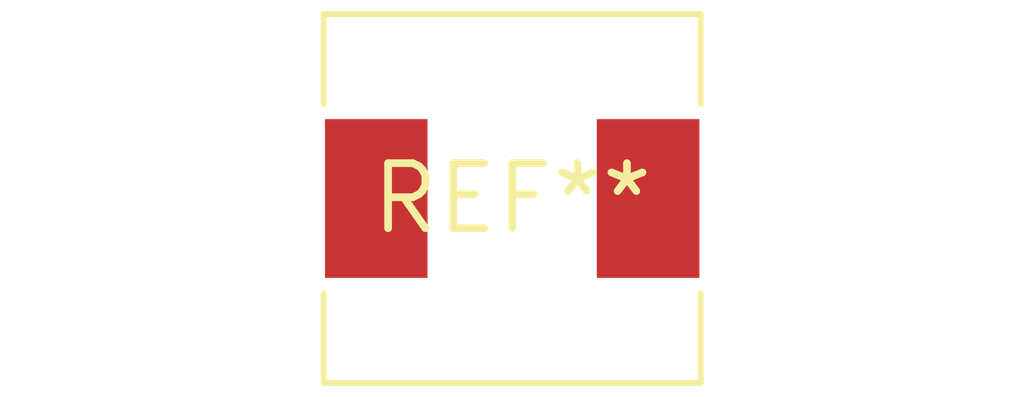
<source format=kicad_pcb>
(kicad_pcb (version 20240108) (generator pcbnew)
  (layers (0 "F.Cu" signal) (31 "B.Cu" signal) (34 "B.Paste" user) (35 "F.Paste" user) (36 "B.SilkS" user "B.Silkscreen") (37 "F.SilkS" user "F.Silkscreen") (38 "B.Mask" user) (39 "F.Mask" user) (44 "Edge.Cuts" user))
  (net 0 "")
  (footprint "L_Wuerth_HCM-7050" (layer "F.Cu") (at 0 0)
    (property "Reference" "REF**")
    (property "Value" "L_Wuerth_HCM-7050")
    (fp_line (start -3.675 -3.6) (end 0 -3.6) (layer "F.SilkS") (stroke (width 0.12)))
    (fp_line (start -3.675 -1.85) (end -3.675 -3.6) (layer "F.SilkS") (stroke (width 0.12)))
    (fp_line (start -3.675 1.85) (end -3.675 3.6) (layer "F.SilkS") (stroke (width 0.12)))
    (fp_line (start -3.675 3.6) (end 0 3.6) (layer "F.SilkS") (stroke (width 0.12)))
    (fp_line (start 3.675 -3.6) (end 0 -3.6) (layer "F.SilkS") (stroke (width 0.12)))
    (fp_line (start 3.675 -1.85) (end 3.675 -3.6) (layer "F.SilkS") (stroke (width 0.12)))
    (fp_line (start 3.675 1.85) (end 3.675 3.6) (layer "F.SilkS") (stroke (width 0.12)))
    (fp_line (start 3.675 3.6) (end 0 3.6) (layer "F.SilkS") (stroke (width 0.12)))
    (pad "1" smd rect (at -2.65 0) (size 2 3.1) (layers "F.Cu" "F.Paste" "F.Mask"))
    (pad "2" smd rect (at 2.65 0) (size 2 3.1) (layers "F.Cu" "F.Paste" "F.Mask"))
  )
)
</source>
